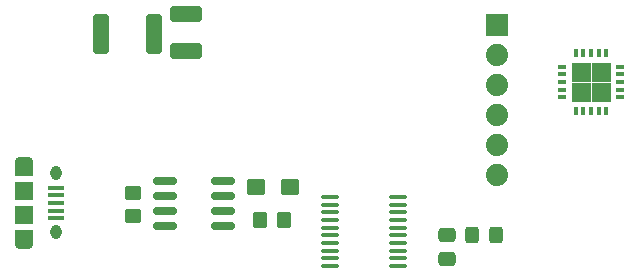
<source format=gbr>
%TF.GenerationSoftware,KiCad,Pcbnew,6.0.11-2627ca5db0~126~ubuntu22.04.1*%
%TF.CreationDate,2023-02-28T18:25:52-05:00*%
%TF.ProjectId,canbus-thermocouple,63616e62-7573-42d7-9468-65726d6f636f,1.0*%
%TF.SameCoordinates,Original*%
%TF.FileFunction,Paste,Top*%
%TF.FilePolarity,Positive*%
%FSLAX46Y46*%
G04 Gerber Fmt 4.6, Leading zero omitted, Abs format (unit mm)*
G04 Created by KiCad (PCBNEW 6.0.11-2627ca5db0~126~ubuntu22.04.1) date 2023-02-28 18:25:52*
%MOMM*%
%LPD*%
G01*
G04 APERTURE LIST*
G04 Aperture macros list*
%AMRoundRect*
0 Rectangle with rounded corners*
0 $1 Rounding radius*
0 $2 $3 $4 $5 $6 $7 $8 $9 X,Y pos of 4 corners*
0 Add a 4 corners polygon primitive as box body*
4,1,4,$2,$3,$4,$5,$6,$7,$8,$9,$2,$3,0*
0 Add four circle primitives for the rounded corners*
1,1,$1+$1,$2,$3*
1,1,$1+$1,$4,$5*
1,1,$1+$1,$6,$7*
1,1,$1+$1,$8,$9*
0 Add four rect primitives between the rounded corners*
20,1,$1+$1,$2,$3,$4,$5,0*
20,1,$1+$1,$4,$5,$6,$7,0*
20,1,$1+$1,$6,$7,$8,$9,0*
20,1,$1+$1,$8,$9,$2,$3,0*%
G04 Aperture macros list end*
%ADD10C,0.100000*%
%ADD11R,0.762000X0.304800*%
%ADD12R,0.304800X0.762000*%
%ADD13RoundRect,0.250000X0.450000X-0.350000X0.450000X0.350000X-0.450000X0.350000X-0.450000X-0.350000X0*%
%ADD14RoundRect,0.250000X-0.475000X0.337500X-0.475000X-0.337500X0.475000X-0.337500X0.475000X0.337500X0*%
%ADD15RoundRect,0.250000X-0.350000X-0.450000X0.350000X-0.450000X0.350000X0.450000X-0.350000X0.450000X0*%
%ADD16R,1.879600X1.879600*%
%ADD17C,1.879600*%
%ADD18RoundRect,0.250000X-0.400000X-1.450000X0.400000X-1.450000X0.400000X1.450000X-0.400000X1.450000X0*%
%ADD19RoundRect,0.250000X-0.537500X-0.425000X0.537500X-0.425000X0.537500X0.425000X-0.537500X0.425000X0*%
%ADD20RoundRect,0.250000X1.100000X-0.412500X1.100000X0.412500X-1.100000X0.412500X-1.100000X-0.412500X0*%
%ADD21RoundRect,0.100000X0.637500X0.100000X-0.637500X0.100000X-0.637500X-0.100000X0.637500X-0.100000X0*%
%ADD22O,1.550000X0.890000*%
%ADD23O,0.950000X1.250000*%
%ADD24R,1.350000X0.400000*%
%ADD25R,1.550000X1.500000*%
%ADD26R,1.550000X1.200000*%
%ADD27RoundRect,0.250000X-0.325000X-0.450000X0.325000X-0.450000X0.325000X0.450000X-0.325000X0.450000X0*%
%ADD28RoundRect,0.150000X0.825000X0.150000X-0.825000X0.150000X-0.825000X-0.150000X0.825000X-0.150000X0*%
G04 APERTURE END LIST*
%TO.C,U5*%
G36*
X104390000Y-75710000D02*
G01*
X102913600Y-75710000D01*
X102913600Y-74233600D01*
X104390000Y-74233600D01*
X104390000Y-75710000D01*
G37*
D10*
X104390000Y-75710000D02*
X102913600Y-75710000D01*
X102913600Y-74233600D01*
X104390000Y-74233600D01*
X104390000Y-75710000D01*
G36*
X104390000Y-77386400D02*
G01*
X102913600Y-77386400D01*
X102913600Y-75910000D01*
X104390000Y-75910000D01*
X104390000Y-77386400D01*
G37*
X104390000Y-77386400D02*
X102913600Y-77386400D01*
X102913600Y-75910000D01*
X104390000Y-75910000D01*
X104390000Y-77386400D01*
G36*
X106066400Y-75710000D02*
G01*
X104590000Y-75710000D01*
X104590000Y-74233600D01*
X106066400Y-74233600D01*
X106066400Y-75710000D01*
G37*
X106066400Y-75710000D02*
X104590000Y-75710000D01*
X104590000Y-74233600D01*
X106066400Y-74233600D01*
X106066400Y-75710000D01*
G36*
X106066400Y-77386400D02*
G01*
X104590000Y-77386400D01*
X104590000Y-75910000D01*
X106066400Y-75910000D01*
X106066400Y-77386400D01*
G37*
X106066400Y-77386400D02*
X104590000Y-77386400D01*
X104590000Y-75910000D01*
X106066400Y-75910000D01*
X106066400Y-77386400D01*
%TD*%
D11*
%TO.C,U5*%
X102064300Y-74510000D03*
X102064300Y-75160001D03*
X102064300Y-75810000D03*
X102064300Y-76459999D03*
X102064300Y-77110000D03*
D12*
X103190000Y-78235700D03*
X103840001Y-78235700D03*
X104490000Y-78235700D03*
X105139999Y-78235700D03*
X105790000Y-78235700D03*
D11*
X106915700Y-77110000D03*
X106915700Y-76459999D03*
X106915700Y-75810000D03*
X106915700Y-75160001D03*
X106915700Y-74510000D03*
D12*
X105790000Y-73384300D03*
X105139999Y-73384300D03*
X104490000Y-73384300D03*
X103840001Y-73384300D03*
X103190000Y-73384300D03*
%TD*%
D13*
%TO.C,R8*%
X65700000Y-87200000D03*
X65700000Y-85200000D03*
%TD*%
D14*
%TO.C,C5*%
X92325000Y-88762500D03*
X92325000Y-90837500D03*
%TD*%
D15*
%TO.C,R5*%
X76475000Y-87525000D03*
X78475000Y-87525000D03*
%TD*%
D16*
%TO.C,J3*%
X96500000Y-70990000D03*
D17*
X96500000Y-73530000D03*
X96500000Y-76070000D03*
X96500000Y-78610000D03*
X96500000Y-81150000D03*
X96500000Y-83690000D03*
%TD*%
D18*
%TO.C,F1*%
X63000000Y-71775000D03*
X67450000Y-71775000D03*
%TD*%
D19*
%TO.C,C6*%
X76100000Y-84725000D03*
X78975000Y-84725000D03*
%TD*%
D20*
%TO.C,C4*%
X70225000Y-73175000D03*
X70225000Y-70050000D03*
%TD*%
D21*
%TO.C,U2*%
X88125000Y-91400000D03*
X88125000Y-90750000D03*
X88125000Y-90100000D03*
X88125000Y-89450000D03*
X88125000Y-88800000D03*
X88125000Y-88150000D03*
X88125000Y-87500000D03*
X88125000Y-86850000D03*
X88125000Y-86200000D03*
X88125000Y-85550000D03*
X82400000Y-85550000D03*
X82400000Y-86200000D03*
X82400000Y-86850000D03*
X82400000Y-87500000D03*
X82400000Y-88150000D03*
X82400000Y-88800000D03*
X82400000Y-89450000D03*
X82400000Y-90100000D03*
X82400000Y-90750000D03*
X82400000Y-91400000D03*
%TD*%
D22*
%TO.C,J1*%
X56510000Y-89550000D03*
D23*
X59210000Y-88550000D03*
D22*
X56510000Y-82550000D03*
D23*
X59210000Y-83550000D03*
D24*
X59210000Y-84750000D03*
X59210000Y-85400000D03*
X59210000Y-86050000D03*
X59210000Y-86700000D03*
X59210000Y-87350000D03*
D25*
X56510000Y-87050000D03*
X56510000Y-85050000D03*
D26*
X56510000Y-88950000D03*
X56510000Y-83150000D03*
%TD*%
D27*
%TO.C,FB1*%
X94400000Y-88775000D03*
X96450000Y-88775000D03*
%TD*%
D28*
%TO.C,U4*%
X73325000Y-88015000D03*
X73325000Y-86745000D03*
X73325000Y-85475000D03*
X73325000Y-84205000D03*
X68375000Y-84205000D03*
X68375000Y-85475000D03*
X68375000Y-86745000D03*
X68375000Y-88015000D03*
%TD*%
M02*

</source>
